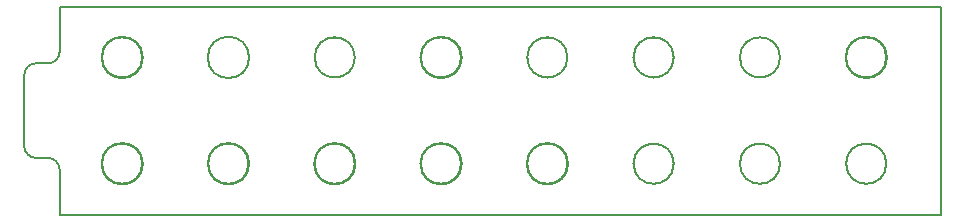
<source format=gm1>
%TF.GenerationSoftware,KiCad,Pcbnew,(5.1.6-0-10_14)*%
%TF.CreationDate,2020-06-29T16:05:55+02:00*%
%TF.ProjectId,rev0,72657630-2e6b-4696-9361-645f70636258,rev?*%
%TF.SameCoordinates,Original*%
%TF.FileFunction,Profile,NP*%
%FSLAX46Y46*%
G04 Gerber Fmt 4.6, Leading zero omitted, Abs format (unit mm)*
G04 Created by KiCad (PCBNEW (5.1.6-0-10_14)) date 2020-06-29 16:05:55*
%MOMM*%
%LPD*%
G01*
G04 APERTURE LIST*
%TA.AperFunction,Profile*%
%ADD10C,0.200000*%
%TD*%
G04 APERTURE END LIST*
D10*
X98520000Y-102048800D02*
G75*
G03*
X98520000Y-102048800I-1700000J0D01*
G01*
X116520000Y-102048800D02*
G75*
G03*
X116520000Y-102048800I-1700000J0D01*
G01*
X125520000Y-111048800D02*
G75*
G03*
X125520000Y-111048800I-1700000J0D01*
G01*
X125520000Y-102048800D02*
G75*
G03*
X125520000Y-102048800I-1700000J0D01*
G01*
X134520000Y-111048800D02*
G75*
G03*
X134520000Y-111048800I-1700000J0D01*
G01*
X134520000Y-102048800D02*
G75*
G03*
X134520000Y-102048800I-1700000J0D01*
G01*
X143520000Y-111048800D02*
G75*
G03*
X143520000Y-111048800I-1700000J0D01*
G01*
X148137464Y-115348800D02*
X148137464Y-97748800D01*
X73520000Y-115348800D02*
X148137464Y-115348800D01*
X73520000Y-111548800D02*
X73520000Y-115348800D01*
X72520000Y-110548800D02*
G75*
G02*
X73520000Y-111548800I0J-1000000D01*
G01*
X71520000Y-110548800D02*
X72520000Y-110548800D01*
X71520000Y-110548800D02*
G75*
G02*
X70520000Y-109548800I0J1000000D01*
G01*
X70520000Y-103548800D02*
X70520000Y-109548800D01*
X70520000Y-103548800D02*
G75*
G02*
X71520000Y-102548800I1000000J0D01*
G01*
X72520000Y-102548800D02*
X71520000Y-102548800D01*
X73520000Y-101548800D02*
G75*
G02*
X72520000Y-102548800I-1000000J0D01*
G01*
X73520000Y-97748800D02*
X73520000Y-101548800D01*
X148137464Y-97748800D02*
X73520000Y-97748800D01*
X80570000Y-102048800D02*
G75*
G03*
X80570000Y-102048800I-1750000J0D01*
G01*
X89570000Y-102048800D02*
G75*
G03*
X89570000Y-102048800I-1750000J0D01*
G01*
X107570000Y-102048800D02*
G75*
G03*
X107570000Y-102048800I-1750000J0D01*
G01*
X143570000Y-102048800D02*
G75*
G03*
X143570000Y-102048800I-1750000J0D01*
G01*
X80570000Y-111048800D02*
G75*
G03*
X80570000Y-111048800I-1750000J0D01*
G01*
X89570000Y-111048800D02*
G75*
G03*
X89570000Y-111048800I-1750000J0D01*
G01*
X98570000Y-111048800D02*
G75*
G03*
X98570000Y-111048800I-1750000J0D01*
G01*
X107570000Y-111048800D02*
G75*
G03*
X107570000Y-111048800I-1750000J0D01*
G01*
X116570000Y-111048800D02*
G75*
G03*
X116570000Y-111048800I-1750000J0D01*
G01*
X89557600Y-102039200D02*
G75*
G03*
X89557600Y-102039200I-1750000J0D01*
G01*
X80507600Y-111039200D02*
G75*
G03*
X80507600Y-111039200I-1700000J0D01*
G01*
X80507600Y-102039200D02*
G75*
G03*
X80507600Y-102039200I-1700000J0D01*
G01*
X89507600Y-111039200D02*
G75*
G03*
X89507600Y-111039200I-1700000J0D01*
G01*
X98507600Y-111039200D02*
G75*
G03*
X98507600Y-111039200I-1700000J0D01*
G01*
X98507600Y-102039200D02*
G75*
G03*
X98507600Y-102039200I-1700000J0D01*
G01*
X107507600Y-111039200D02*
G75*
G03*
X107507600Y-111039200I-1700000J0D01*
G01*
X107507600Y-102039200D02*
G75*
G03*
X107507600Y-102039200I-1700000J0D01*
G01*
X116507600Y-111039200D02*
G75*
G03*
X116507600Y-111039200I-1700000J0D01*
G01*
X116507600Y-102039200D02*
G75*
G03*
X116507600Y-102039200I-1700000J0D01*
G01*
X125507600Y-111039200D02*
G75*
G03*
X125507600Y-111039200I-1700000J0D01*
G01*
X125507600Y-102039200D02*
G75*
G03*
X125507600Y-102039200I-1700000J0D01*
G01*
X134507600Y-111039200D02*
G75*
G03*
X134507600Y-111039200I-1700000J0D01*
G01*
X134507600Y-102039200D02*
G75*
G03*
X134507600Y-102039200I-1700000J0D01*
G01*
X143507600Y-111039200D02*
G75*
G03*
X143507600Y-111039200I-1700000J0D01*
G01*
X143507600Y-102039200D02*
G75*
G03*
X143507600Y-102039200I-1700000J0D01*
G01*
M02*

</source>
